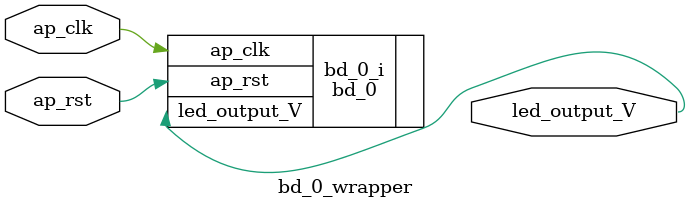
<source format=v>
`timescale 1 ps / 1 ps

module bd_0_wrapper
   (ap_clk,
    ap_rst,
    led_output_V);
  input ap_clk;
  input ap_rst;
  output [0:0]led_output_V;

  wire ap_clk;
  wire ap_rst;
  wire [0:0]led_output_V;

  bd_0 bd_0_i
       (.ap_clk(ap_clk),
        .ap_rst(ap_rst),
        .led_output_V(led_output_V));
endmodule

</source>
